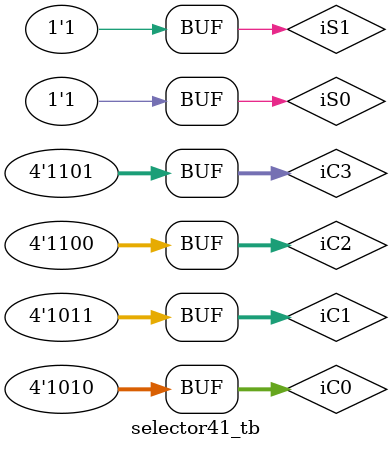
<source format=v>
`timescale 1ns / 1ps


module selector41_tb;
    reg [3:0] iC0;  
    reg [3:0] iC1;  
    reg [3:0] iC2;  
    reg [3:0] iC3;  
    reg iS1;  
    reg iS0;  
    wire [3:0] oZ;  
  
    initial 
    begin  
        iC0=0;iC1=0;iC2=0;iC3=0;
        iS0=0;iS1=0;
        #10
        iC0 = 4'hA; iC1 = 4'hB; iC2 = 4'hC; iC3 = 4'hD; iS1 = 0; iS0 = 0;  
        #10
        iC0 = 4'hE; iC1 = 4'hF; iC2 = 4'hA; iC3 = 4'hB; iS1 = 0; iS0 = 1;
        #10  
        iC0 = 4'hC; iC1 = 4'hD; iC2 = 4'hE; iC3 = 4'hF; iS1 = 1; iS0 = 0;
        #10  
        iC0 = 4'hA; iC1 = 4'hB; iC2 = 4'hC; iC3 = 4'hD; iS1 = 1; iS0 = 1; 
    end  
       
       selector41 
       uut (.iC0(iC0),.iC1(iC1),.iC2(iC2),.iC3(iC3),.iS1(iS1),.iS0(iS0),.oZ(oZ));
endmodule

</source>
